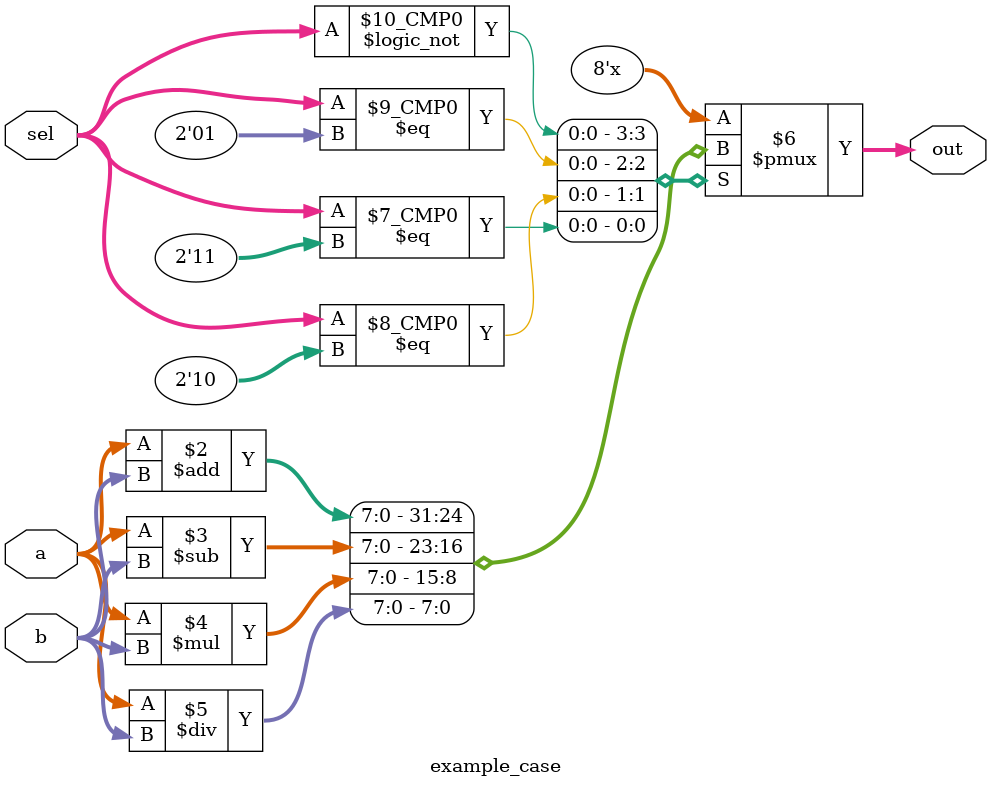
<source format=v>
module example_case(input wire [1:0] sel, input wire [7:0] a, input wire [7:0] b, output reg [7:0] out);

always @* begin
    case (sel)
        2'b00: out = a + b;
        2'b01: out = a - b;
        2'b10: out = a * b;
        2'b11: out = a / b;
        default: out = 8'b00000000;
    endcase
end
endmodule

</source>
